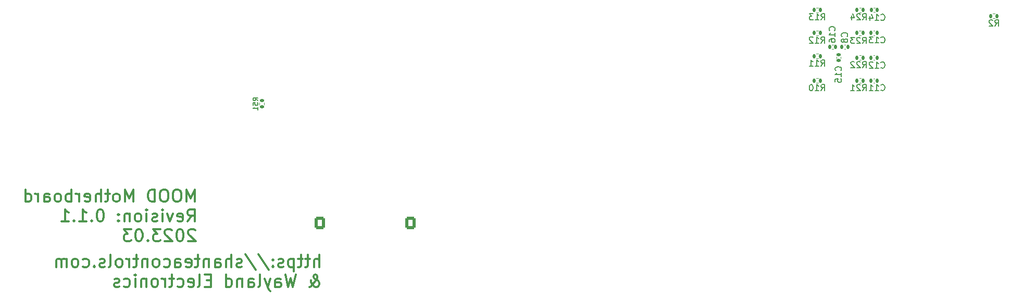
<source format=gbo>
G04 #@! TF.GenerationSoftware,KiCad,Pcbnew,6.0.7-1.fc36*
G04 #@! TF.CreationDate,2023-03-25T12:13:32+11:00*
G04 #@! TF.ProjectId,MOOD-Motherboard-r0.1.1,4d4f4f44-2d4d-46f7-9468-6572626f6172,rev?*
G04 #@! TF.SameCoordinates,Original*
G04 #@! TF.FileFunction,Legend,Bot*
G04 #@! TF.FilePolarity,Positive*
%FSLAX46Y46*%
G04 Gerber Fmt 4.6, Leading zero omitted, Abs format (unit mm)*
G04 Created by KiCad (PCBNEW 6.0.7-1.fc36) date 2023-03-25 12:13:32*
%MOMM*%
%LPD*%
G01*
G04 APERTURE LIST*
G04 Aperture macros list*
%AMRoundRect*
0 Rectangle with rounded corners*
0 $1 Rounding radius*
0 $2 $3 $4 $5 $6 $7 $8 $9 X,Y pos of 4 corners*
0 Add a 4 corners polygon primitive as box body*
4,1,4,$2,$3,$4,$5,$6,$7,$8,$9,$2,$3,0*
0 Add four circle primitives for the rounded corners*
1,1,$1+$1,$2,$3*
1,1,$1+$1,$4,$5*
1,1,$1+$1,$6,$7*
1,1,$1+$1,$8,$9*
0 Add four rect primitives between the rounded corners*
20,1,$1+$1,$2,$3,$4,$5,0*
20,1,$1+$1,$4,$5,$6,$7,0*
20,1,$1+$1,$6,$7,$8,$9,0*
20,1,$1+$1,$8,$9,$2,$3,0*%
G04 Aperture macros list end*
%ADD10C,0.300000*%
%ADD11C,0.150000*%
%ADD12C,0.120000*%
%ADD13R,1.750000X2.250000*%
%ADD14O,1.750000X2.250000*%
%ADD15C,5.600000*%
%ADD16R,1.700000X1.700000*%
%ADD17O,1.700000X1.700000*%
%ADD18RoundRect,0.250000X0.600000X0.725000X-0.600000X0.725000X-0.600000X-0.725000X0.600000X-0.725000X0*%
%ADD19O,1.700000X1.950000*%
%ADD20C,2.300000*%
%ADD21R,3.200000X3.200000*%
%ADD22O,3.200000X3.200000*%
%ADD23C,1.320800*%
%ADD24C,1.778000*%
%ADD25R,1.800000X1.800000*%
%ADD26C,1.800000*%
%ADD27C,3.251200*%
%ADD28R,1.778000X1.778000*%
%ADD29C,2.032000*%
%ADD30C,2.540000*%
%ADD31C,0.600000*%
%ADD32O,0.950000X2.050000*%
%ADD33O,0.950000X1.750000*%
%ADD34RoundRect,0.135000X-0.135000X-0.185000X0.135000X-0.185000X0.135000X0.185000X-0.135000X0.185000X0*%
%ADD35RoundRect,0.140000X-0.140000X-0.170000X0.140000X-0.170000X0.140000X0.170000X-0.140000X0.170000X0*%
%ADD36RoundRect,0.140000X0.140000X0.170000X-0.140000X0.170000X-0.140000X-0.170000X0.140000X-0.170000X0*%
%ADD37RoundRect,0.135000X-0.185000X0.135000X-0.185000X-0.135000X0.185000X-0.135000X0.185000X0.135000X0*%
%ADD38RoundRect,0.140000X-0.170000X0.140000X-0.170000X-0.140000X0.170000X-0.140000X0.170000X0.140000X0*%
G04 APERTURE END LIST*
D10*
X133578809Y-70044761D02*
X133578809Y-68044761D01*
X132721666Y-70044761D02*
X132721666Y-68997142D01*
X132816904Y-68806666D01*
X133007380Y-68711428D01*
X133293095Y-68711428D01*
X133483571Y-68806666D01*
X133578809Y-68901904D01*
X132055000Y-68711428D02*
X131293095Y-68711428D01*
X131769285Y-68044761D02*
X131769285Y-69759047D01*
X131674047Y-69949523D01*
X131483571Y-70044761D01*
X131293095Y-70044761D01*
X130912142Y-68711428D02*
X130150238Y-68711428D01*
X130626428Y-68044761D02*
X130626428Y-69759047D01*
X130531190Y-69949523D01*
X130340714Y-70044761D01*
X130150238Y-70044761D01*
X129483571Y-68711428D02*
X129483571Y-70711428D01*
X129483571Y-68806666D02*
X129293095Y-68711428D01*
X128912142Y-68711428D01*
X128721666Y-68806666D01*
X128626428Y-68901904D01*
X128531190Y-69092380D01*
X128531190Y-69663809D01*
X128626428Y-69854285D01*
X128721666Y-69949523D01*
X128912142Y-70044761D01*
X129293095Y-70044761D01*
X129483571Y-69949523D01*
X127769285Y-69949523D02*
X127578809Y-70044761D01*
X127197857Y-70044761D01*
X127007380Y-69949523D01*
X126912142Y-69759047D01*
X126912142Y-69663809D01*
X127007380Y-69473333D01*
X127197857Y-69378095D01*
X127483571Y-69378095D01*
X127674047Y-69282857D01*
X127769285Y-69092380D01*
X127769285Y-68997142D01*
X127674047Y-68806666D01*
X127483571Y-68711428D01*
X127197857Y-68711428D01*
X127007380Y-68806666D01*
X126055000Y-69854285D02*
X125959761Y-69949523D01*
X126055000Y-70044761D01*
X126150238Y-69949523D01*
X126055000Y-69854285D01*
X126055000Y-70044761D01*
X126055000Y-68806666D02*
X125959761Y-68901904D01*
X126055000Y-68997142D01*
X126150238Y-68901904D01*
X126055000Y-68806666D01*
X126055000Y-68997142D01*
X123674047Y-67949523D02*
X125388333Y-70520952D01*
X121578809Y-67949523D02*
X123293095Y-70520952D01*
X121007380Y-69949523D02*
X120816904Y-70044761D01*
X120435952Y-70044761D01*
X120245476Y-69949523D01*
X120150238Y-69759047D01*
X120150238Y-69663809D01*
X120245476Y-69473333D01*
X120435952Y-69378095D01*
X120721666Y-69378095D01*
X120912142Y-69282857D01*
X121007380Y-69092380D01*
X121007380Y-68997142D01*
X120912142Y-68806666D01*
X120721666Y-68711428D01*
X120435952Y-68711428D01*
X120245476Y-68806666D01*
X119293095Y-70044761D02*
X119293095Y-68044761D01*
X118435952Y-70044761D02*
X118435952Y-68997142D01*
X118531190Y-68806666D01*
X118721666Y-68711428D01*
X119007380Y-68711428D01*
X119197857Y-68806666D01*
X119293095Y-68901904D01*
X116626428Y-70044761D02*
X116626428Y-68997142D01*
X116721666Y-68806666D01*
X116912142Y-68711428D01*
X117293095Y-68711428D01*
X117483571Y-68806666D01*
X116626428Y-69949523D02*
X116816904Y-70044761D01*
X117293095Y-70044761D01*
X117483571Y-69949523D01*
X117578809Y-69759047D01*
X117578809Y-69568571D01*
X117483571Y-69378095D01*
X117293095Y-69282857D01*
X116816904Y-69282857D01*
X116626428Y-69187619D01*
X115674047Y-68711428D02*
X115674047Y-70044761D01*
X115674047Y-68901904D02*
X115578809Y-68806666D01*
X115388333Y-68711428D01*
X115102619Y-68711428D01*
X114912142Y-68806666D01*
X114816904Y-68997142D01*
X114816904Y-70044761D01*
X114150238Y-68711428D02*
X113388333Y-68711428D01*
X113864523Y-68044761D02*
X113864523Y-69759047D01*
X113769285Y-69949523D01*
X113578809Y-70044761D01*
X113388333Y-70044761D01*
X111959761Y-69949523D02*
X112150238Y-70044761D01*
X112531190Y-70044761D01*
X112721666Y-69949523D01*
X112816904Y-69759047D01*
X112816904Y-68997142D01*
X112721666Y-68806666D01*
X112531190Y-68711428D01*
X112150238Y-68711428D01*
X111959761Y-68806666D01*
X111864523Y-68997142D01*
X111864523Y-69187619D01*
X112816904Y-69378095D01*
X110150238Y-70044761D02*
X110150238Y-68997142D01*
X110245476Y-68806666D01*
X110435952Y-68711428D01*
X110816904Y-68711428D01*
X111007380Y-68806666D01*
X110150238Y-69949523D02*
X110340714Y-70044761D01*
X110816904Y-70044761D01*
X111007380Y-69949523D01*
X111102619Y-69759047D01*
X111102619Y-69568571D01*
X111007380Y-69378095D01*
X110816904Y-69282857D01*
X110340714Y-69282857D01*
X110150238Y-69187619D01*
X108340714Y-69949523D02*
X108531190Y-70044761D01*
X108912142Y-70044761D01*
X109102619Y-69949523D01*
X109197857Y-69854285D01*
X109293095Y-69663809D01*
X109293095Y-69092380D01*
X109197857Y-68901904D01*
X109102619Y-68806666D01*
X108912142Y-68711428D01*
X108531190Y-68711428D01*
X108340714Y-68806666D01*
X107197857Y-70044761D02*
X107388333Y-69949523D01*
X107483571Y-69854285D01*
X107578809Y-69663809D01*
X107578809Y-69092380D01*
X107483571Y-68901904D01*
X107388333Y-68806666D01*
X107197857Y-68711428D01*
X106912142Y-68711428D01*
X106721666Y-68806666D01*
X106626428Y-68901904D01*
X106531190Y-69092380D01*
X106531190Y-69663809D01*
X106626428Y-69854285D01*
X106721666Y-69949523D01*
X106912142Y-70044761D01*
X107197857Y-70044761D01*
X105674047Y-68711428D02*
X105674047Y-70044761D01*
X105674047Y-68901904D02*
X105578809Y-68806666D01*
X105388333Y-68711428D01*
X105102619Y-68711428D01*
X104912142Y-68806666D01*
X104816904Y-68997142D01*
X104816904Y-70044761D01*
X104150238Y-68711428D02*
X103388333Y-68711428D01*
X103864523Y-68044761D02*
X103864523Y-69759047D01*
X103769285Y-69949523D01*
X103578809Y-70044761D01*
X103388333Y-70044761D01*
X102721666Y-70044761D02*
X102721666Y-68711428D01*
X102721666Y-69092380D02*
X102626428Y-68901904D01*
X102531190Y-68806666D01*
X102340714Y-68711428D01*
X102150238Y-68711428D01*
X101197857Y-70044761D02*
X101388333Y-69949523D01*
X101483571Y-69854285D01*
X101578809Y-69663809D01*
X101578809Y-69092380D01*
X101483571Y-68901904D01*
X101388333Y-68806666D01*
X101197857Y-68711428D01*
X100912142Y-68711428D01*
X100721666Y-68806666D01*
X100626428Y-68901904D01*
X100531190Y-69092380D01*
X100531190Y-69663809D01*
X100626428Y-69854285D01*
X100721666Y-69949523D01*
X100912142Y-70044761D01*
X101197857Y-70044761D01*
X99388333Y-70044761D02*
X99578809Y-69949523D01*
X99674047Y-69759047D01*
X99674047Y-68044761D01*
X98721666Y-69949523D02*
X98531190Y-70044761D01*
X98150238Y-70044761D01*
X97959761Y-69949523D01*
X97864523Y-69759047D01*
X97864523Y-69663809D01*
X97959761Y-69473333D01*
X98150238Y-69378095D01*
X98435952Y-69378095D01*
X98626428Y-69282857D01*
X98721666Y-69092380D01*
X98721666Y-68997142D01*
X98626428Y-68806666D01*
X98435952Y-68711428D01*
X98150238Y-68711428D01*
X97959761Y-68806666D01*
X97007380Y-69854285D02*
X96912142Y-69949523D01*
X97007380Y-70044761D01*
X97102619Y-69949523D01*
X97007380Y-69854285D01*
X97007380Y-70044761D01*
X95197857Y-69949523D02*
X95388333Y-70044761D01*
X95769285Y-70044761D01*
X95959761Y-69949523D01*
X96055000Y-69854285D01*
X96150238Y-69663809D01*
X96150238Y-69092380D01*
X96055000Y-68901904D01*
X95959761Y-68806666D01*
X95769285Y-68711428D01*
X95388333Y-68711428D01*
X95197857Y-68806666D01*
X94055000Y-70044761D02*
X94245476Y-69949523D01*
X94340714Y-69854285D01*
X94435952Y-69663809D01*
X94435952Y-69092380D01*
X94340714Y-68901904D01*
X94245476Y-68806666D01*
X94055000Y-68711428D01*
X93769285Y-68711428D01*
X93578809Y-68806666D01*
X93483571Y-68901904D01*
X93388333Y-69092380D01*
X93388333Y-69663809D01*
X93483571Y-69854285D01*
X93578809Y-69949523D01*
X93769285Y-70044761D01*
X94055000Y-70044761D01*
X92531190Y-70044761D02*
X92531190Y-68711428D01*
X92531190Y-68901904D02*
X92435952Y-68806666D01*
X92245476Y-68711428D01*
X91959761Y-68711428D01*
X91769285Y-68806666D01*
X91674047Y-68997142D01*
X91674047Y-70044761D01*
X91674047Y-68997142D02*
X91578809Y-68806666D01*
X91388333Y-68711428D01*
X91102619Y-68711428D01*
X90912142Y-68806666D01*
X90816904Y-68997142D01*
X90816904Y-70044761D01*
X131959761Y-73264761D02*
X132055000Y-73264761D01*
X132245476Y-73169523D01*
X132531190Y-72883809D01*
X133007380Y-72312380D01*
X133197857Y-72026666D01*
X133293095Y-71740952D01*
X133293095Y-71550476D01*
X133197857Y-71360000D01*
X133007380Y-71264761D01*
X132912142Y-71264761D01*
X132721666Y-71360000D01*
X132626428Y-71550476D01*
X132626428Y-71645714D01*
X132721666Y-71836190D01*
X132816904Y-71931428D01*
X133388333Y-72312380D01*
X133483571Y-72407619D01*
X133578809Y-72598095D01*
X133578809Y-72883809D01*
X133483571Y-73074285D01*
X133388333Y-73169523D01*
X133197857Y-73264761D01*
X132912142Y-73264761D01*
X132721666Y-73169523D01*
X132626428Y-73074285D01*
X132340714Y-72693333D01*
X132245476Y-72407619D01*
X132245476Y-72217142D01*
X129769285Y-71264761D02*
X129293095Y-73264761D01*
X128912142Y-71836190D01*
X128531190Y-73264761D01*
X128055000Y-71264761D01*
X126435952Y-73264761D02*
X126435952Y-72217142D01*
X126531190Y-72026666D01*
X126721666Y-71931428D01*
X127102619Y-71931428D01*
X127293095Y-72026666D01*
X126435952Y-73169523D02*
X126626428Y-73264761D01*
X127102619Y-73264761D01*
X127293095Y-73169523D01*
X127388333Y-72979047D01*
X127388333Y-72788571D01*
X127293095Y-72598095D01*
X127102619Y-72502857D01*
X126626428Y-72502857D01*
X126435952Y-72407619D01*
X125674047Y-71931428D02*
X125197857Y-73264761D01*
X124721666Y-71931428D02*
X125197857Y-73264761D01*
X125388333Y-73740952D01*
X125483571Y-73836190D01*
X125674047Y-73931428D01*
X123674047Y-73264761D02*
X123864523Y-73169523D01*
X123959761Y-72979047D01*
X123959761Y-71264761D01*
X122055000Y-73264761D02*
X122055000Y-72217142D01*
X122150238Y-72026666D01*
X122340714Y-71931428D01*
X122721666Y-71931428D01*
X122912142Y-72026666D01*
X122055000Y-73169523D02*
X122245476Y-73264761D01*
X122721666Y-73264761D01*
X122912142Y-73169523D01*
X123007380Y-72979047D01*
X123007380Y-72788571D01*
X122912142Y-72598095D01*
X122721666Y-72502857D01*
X122245476Y-72502857D01*
X122055000Y-72407619D01*
X121102619Y-71931428D02*
X121102619Y-73264761D01*
X121102619Y-72121904D02*
X121007380Y-72026666D01*
X120816904Y-71931428D01*
X120531190Y-71931428D01*
X120340714Y-72026666D01*
X120245476Y-72217142D01*
X120245476Y-73264761D01*
X118435952Y-73264761D02*
X118435952Y-71264761D01*
X118435952Y-73169523D02*
X118626428Y-73264761D01*
X119007380Y-73264761D01*
X119197857Y-73169523D01*
X119293095Y-73074285D01*
X119388333Y-72883809D01*
X119388333Y-72312380D01*
X119293095Y-72121904D01*
X119197857Y-72026666D01*
X119007380Y-71931428D01*
X118626428Y-71931428D01*
X118435952Y-72026666D01*
X115959761Y-72217142D02*
X115293095Y-72217142D01*
X115007380Y-73264761D02*
X115959761Y-73264761D01*
X115959761Y-71264761D01*
X115007380Y-71264761D01*
X113864523Y-73264761D02*
X114055000Y-73169523D01*
X114150238Y-72979047D01*
X114150238Y-71264761D01*
X112340714Y-73169523D02*
X112531190Y-73264761D01*
X112912142Y-73264761D01*
X113102619Y-73169523D01*
X113197857Y-72979047D01*
X113197857Y-72217142D01*
X113102619Y-72026666D01*
X112912142Y-71931428D01*
X112531190Y-71931428D01*
X112340714Y-72026666D01*
X112245476Y-72217142D01*
X112245476Y-72407619D01*
X113197857Y-72598095D01*
X110531190Y-73169523D02*
X110721666Y-73264761D01*
X111102619Y-73264761D01*
X111293095Y-73169523D01*
X111388333Y-73074285D01*
X111483571Y-72883809D01*
X111483571Y-72312380D01*
X111388333Y-72121904D01*
X111293095Y-72026666D01*
X111102619Y-71931428D01*
X110721666Y-71931428D01*
X110531190Y-72026666D01*
X109959761Y-71931428D02*
X109197857Y-71931428D01*
X109674047Y-71264761D02*
X109674047Y-72979047D01*
X109578809Y-73169523D01*
X109388333Y-73264761D01*
X109197857Y-73264761D01*
X108531190Y-73264761D02*
X108531190Y-71931428D01*
X108531190Y-72312380D02*
X108435952Y-72121904D01*
X108340714Y-72026666D01*
X108150238Y-71931428D01*
X107959761Y-71931428D01*
X107007380Y-73264761D02*
X107197857Y-73169523D01*
X107293095Y-73074285D01*
X107388333Y-72883809D01*
X107388333Y-72312380D01*
X107293095Y-72121904D01*
X107197857Y-72026666D01*
X107007380Y-71931428D01*
X106721666Y-71931428D01*
X106531190Y-72026666D01*
X106435952Y-72121904D01*
X106340714Y-72312380D01*
X106340714Y-72883809D01*
X106435952Y-73074285D01*
X106531190Y-73169523D01*
X106721666Y-73264761D01*
X107007380Y-73264761D01*
X105483571Y-71931428D02*
X105483571Y-73264761D01*
X105483571Y-72121904D02*
X105388333Y-72026666D01*
X105197857Y-71931428D01*
X104912142Y-71931428D01*
X104721666Y-72026666D01*
X104626428Y-72217142D01*
X104626428Y-73264761D01*
X103674047Y-73264761D02*
X103674047Y-71931428D01*
X103674047Y-71264761D02*
X103769285Y-71360000D01*
X103674047Y-71455238D01*
X103578809Y-71360000D01*
X103674047Y-71264761D01*
X103674047Y-71455238D01*
X101864523Y-73169523D02*
X102055000Y-73264761D01*
X102435952Y-73264761D01*
X102626428Y-73169523D01*
X102721666Y-73074285D01*
X102816904Y-72883809D01*
X102816904Y-72312380D01*
X102721666Y-72121904D01*
X102626428Y-72026666D01*
X102435952Y-71931428D01*
X102055000Y-71931428D01*
X101864523Y-72026666D01*
X101102619Y-73169523D02*
X100912142Y-73264761D01*
X100531190Y-73264761D01*
X100340714Y-73169523D01*
X100245476Y-72979047D01*
X100245476Y-72883809D01*
X100340714Y-72693333D01*
X100531190Y-72598095D01*
X100816904Y-72598095D01*
X101007380Y-72502857D01*
X101102619Y-72312380D01*
X101102619Y-72217142D01*
X101007380Y-72026666D01*
X100816904Y-71931428D01*
X100531190Y-71931428D01*
X100340714Y-72026666D01*
X113328809Y-59434761D02*
X113328809Y-57434761D01*
X112662142Y-58863333D01*
X111995476Y-57434761D01*
X111995476Y-59434761D01*
X110662142Y-57434761D02*
X110281190Y-57434761D01*
X110090714Y-57530000D01*
X109900238Y-57720476D01*
X109805000Y-58101428D01*
X109805000Y-58768095D01*
X109900238Y-59149047D01*
X110090714Y-59339523D01*
X110281190Y-59434761D01*
X110662142Y-59434761D01*
X110852619Y-59339523D01*
X111043095Y-59149047D01*
X111138333Y-58768095D01*
X111138333Y-58101428D01*
X111043095Y-57720476D01*
X110852619Y-57530000D01*
X110662142Y-57434761D01*
X108566904Y-57434761D02*
X108185952Y-57434761D01*
X107995476Y-57530000D01*
X107805000Y-57720476D01*
X107709761Y-58101428D01*
X107709761Y-58768095D01*
X107805000Y-59149047D01*
X107995476Y-59339523D01*
X108185952Y-59434761D01*
X108566904Y-59434761D01*
X108757380Y-59339523D01*
X108947857Y-59149047D01*
X109043095Y-58768095D01*
X109043095Y-58101428D01*
X108947857Y-57720476D01*
X108757380Y-57530000D01*
X108566904Y-57434761D01*
X106852619Y-59434761D02*
X106852619Y-57434761D01*
X106376428Y-57434761D01*
X106090714Y-57530000D01*
X105900238Y-57720476D01*
X105805000Y-57910952D01*
X105709761Y-58291904D01*
X105709761Y-58577619D01*
X105805000Y-58958571D01*
X105900238Y-59149047D01*
X106090714Y-59339523D01*
X106376428Y-59434761D01*
X106852619Y-59434761D01*
X103328809Y-59434761D02*
X103328809Y-57434761D01*
X102662142Y-58863333D01*
X101995476Y-57434761D01*
X101995476Y-59434761D01*
X100757380Y-59434761D02*
X100947857Y-59339523D01*
X101043095Y-59244285D01*
X101138333Y-59053809D01*
X101138333Y-58482380D01*
X101043095Y-58291904D01*
X100947857Y-58196666D01*
X100757380Y-58101428D01*
X100471666Y-58101428D01*
X100281190Y-58196666D01*
X100185952Y-58291904D01*
X100090714Y-58482380D01*
X100090714Y-59053809D01*
X100185952Y-59244285D01*
X100281190Y-59339523D01*
X100471666Y-59434761D01*
X100757380Y-59434761D01*
X99519285Y-58101428D02*
X98757380Y-58101428D01*
X99233571Y-57434761D02*
X99233571Y-59149047D01*
X99138333Y-59339523D01*
X98947857Y-59434761D01*
X98757380Y-59434761D01*
X98090714Y-59434761D02*
X98090714Y-57434761D01*
X97233571Y-59434761D02*
X97233571Y-58387142D01*
X97328809Y-58196666D01*
X97519285Y-58101428D01*
X97805000Y-58101428D01*
X97995476Y-58196666D01*
X98090714Y-58291904D01*
X95519285Y-59339523D02*
X95709761Y-59434761D01*
X96090714Y-59434761D01*
X96281190Y-59339523D01*
X96376428Y-59149047D01*
X96376428Y-58387142D01*
X96281190Y-58196666D01*
X96090714Y-58101428D01*
X95709761Y-58101428D01*
X95519285Y-58196666D01*
X95424047Y-58387142D01*
X95424047Y-58577619D01*
X96376428Y-58768095D01*
X94566904Y-59434761D02*
X94566904Y-58101428D01*
X94566904Y-58482380D02*
X94471666Y-58291904D01*
X94376428Y-58196666D01*
X94185952Y-58101428D01*
X93995476Y-58101428D01*
X93328809Y-59434761D02*
X93328809Y-57434761D01*
X93328809Y-58196666D02*
X93138333Y-58101428D01*
X92757380Y-58101428D01*
X92566904Y-58196666D01*
X92471666Y-58291904D01*
X92376428Y-58482380D01*
X92376428Y-59053809D01*
X92471666Y-59244285D01*
X92566904Y-59339523D01*
X92757380Y-59434761D01*
X93138333Y-59434761D01*
X93328809Y-59339523D01*
X91233571Y-59434761D02*
X91424047Y-59339523D01*
X91519285Y-59244285D01*
X91614523Y-59053809D01*
X91614523Y-58482380D01*
X91519285Y-58291904D01*
X91424047Y-58196666D01*
X91233571Y-58101428D01*
X90947857Y-58101428D01*
X90757380Y-58196666D01*
X90662142Y-58291904D01*
X90566904Y-58482380D01*
X90566904Y-59053809D01*
X90662142Y-59244285D01*
X90757380Y-59339523D01*
X90947857Y-59434761D01*
X91233571Y-59434761D01*
X88852619Y-59434761D02*
X88852619Y-58387142D01*
X88947857Y-58196666D01*
X89138333Y-58101428D01*
X89519285Y-58101428D01*
X89709761Y-58196666D01*
X88852619Y-59339523D02*
X89043095Y-59434761D01*
X89519285Y-59434761D01*
X89709761Y-59339523D01*
X89805000Y-59149047D01*
X89805000Y-58958571D01*
X89709761Y-58768095D01*
X89519285Y-58672857D01*
X89043095Y-58672857D01*
X88852619Y-58577619D01*
X87900238Y-59434761D02*
X87900238Y-58101428D01*
X87900238Y-58482380D02*
X87805000Y-58291904D01*
X87709761Y-58196666D01*
X87519285Y-58101428D01*
X87328809Y-58101428D01*
X85805000Y-59434761D02*
X85805000Y-57434761D01*
X85805000Y-59339523D02*
X85995476Y-59434761D01*
X86376428Y-59434761D01*
X86566904Y-59339523D01*
X86662142Y-59244285D01*
X86757380Y-59053809D01*
X86757380Y-58482380D01*
X86662142Y-58291904D01*
X86566904Y-58196666D01*
X86376428Y-58101428D01*
X85995476Y-58101428D01*
X85805000Y-58196666D01*
X112185952Y-62654761D02*
X112852619Y-61702380D01*
X113328809Y-62654761D02*
X113328809Y-60654761D01*
X112566904Y-60654761D01*
X112376428Y-60750000D01*
X112281190Y-60845238D01*
X112185952Y-61035714D01*
X112185952Y-61321428D01*
X112281190Y-61511904D01*
X112376428Y-61607142D01*
X112566904Y-61702380D01*
X113328809Y-61702380D01*
X110566904Y-62559523D02*
X110757380Y-62654761D01*
X111138333Y-62654761D01*
X111328809Y-62559523D01*
X111424047Y-62369047D01*
X111424047Y-61607142D01*
X111328809Y-61416666D01*
X111138333Y-61321428D01*
X110757380Y-61321428D01*
X110566904Y-61416666D01*
X110471666Y-61607142D01*
X110471666Y-61797619D01*
X111424047Y-61988095D01*
X109805000Y-61321428D02*
X109328809Y-62654761D01*
X108852619Y-61321428D01*
X108090714Y-62654761D02*
X108090714Y-61321428D01*
X108090714Y-60654761D02*
X108185952Y-60750000D01*
X108090714Y-60845238D01*
X107995476Y-60750000D01*
X108090714Y-60654761D01*
X108090714Y-60845238D01*
X107233571Y-62559523D02*
X107043095Y-62654761D01*
X106662142Y-62654761D01*
X106471666Y-62559523D01*
X106376428Y-62369047D01*
X106376428Y-62273809D01*
X106471666Y-62083333D01*
X106662142Y-61988095D01*
X106947857Y-61988095D01*
X107138333Y-61892857D01*
X107233571Y-61702380D01*
X107233571Y-61607142D01*
X107138333Y-61416666D01*
X106947857Y-61321428D01*
X106662142Y-61321428D01*
X106471666Y-61416666D01*
X105519285Y-62654761D02*
X105519285Y-61321428D01*
X105519285Y-60654761D02*
X105614523Y-60750000D01*
X105519285Y-60845238D01*
X105424047Y-60750000D01*
X105519285Y-60654761D01*
X105519285Y-60845238D01*
X104281190Y-62654761D02*
X104471666Y-62559523D01*
X104566904Y-62464285D01*
X104662142Y-62273809D01*
X104662142Y-61702380D01*
X104566904Y-61511904D01*
X104471666Y-61416666D01*
X104281190Y-61321428D01*
X103995476Y-61321428D01*
X103805000Y-61416666D01*
X103709761Y-61511904D01*
X103614523Y-61702380D01*
X103614523Y-62273809D01*
X103709761Y-62464285D01*
X103805000Y-62559523D01*
X103995476Y-62654761D01*
X104281190Y-62654761D01*
X102757380Y-61321428D02*
X102757380Y-62654761D01*
X102757380Y-61511904D02*
X102662142Y-61416666D01*
X102471666Y-61321428D01*
X102185952Y-61321428D01*
X101995476Y-61416666D01*
X101900238Y-61607142D01*
X101900238Y-62654761D01*
X100947857Y-62464285D02*
X100852619Y-62559523D01*
X100947857Y-62654761D01*
X101043095Y-62559523D01*
X100947857Y-62464285D01*
X100947857Y-62654761D01*
X100947857Y-61416666D02*
X100852619Y-61511904D01*
X100947857Y-61607142D01*
X101043095Y-61511904D01*
X100947857Y-61416666D01*
X100947857Y-61607142D01*
X98090714Y-60654761D02*
X97900238Y-60654761D01*
X97709761Y-60750000D01*
X97614523Y-60845238D01*
X97519285Y-61035714D01*
X97424047Y-61416666D01*
X97424047Y-61892857D01*
X97519285Y-62273809D01*
X97614523Y-62464285D01*
X97709761Y-62559523D01*
X97900238Y-62654761D01*
X98090714Y-62654761D01*
X98281190Y-62559523D01*
X98376428Y-62464285D01*
X98471666Y-62273809D01*
X98566904Y-61892857D01*
X98566904Y-61416666D01*
X98471666Y-61035714D01*
X98376428Y-60845238D01*
X98281190Y-60750000D01*
X98090714Y-60654761D01*
X96566904Y-62464285D02*
X96471666Y-62559523D01*
X96566904Y-62654761D01*
X96662142Y-62559523D01*
X96566904Y-62464285D01*
X96566904Y-62654761D01*
X94566904Y-62654761D02*
X95709761Y-62654761D01*
X95138333Y-62654761D02*
X95138333Y-60654761D01*
X95328809Y-60940476D01*
X95519285Y-61130952D01*
X95709761Y-61226190D01*
X93709761Y-62464285D02*
X93614523Y-62559523D01*
X93709761Y-62654761D01*
X93805000Y-62559523D01*
X93709761Y-62464285D01*
X93709761Y-62654761D01*
X91709761Y-62654761D02*
X92852619Y-62654761D01*
X92281190Y-62654761D02*
X92281190Y-60654761D01*
X92471666Y-60940476D01*
X92662142Y-61130952D01*
X92852619Y-61226190D01*
X113424047Y-64065238D02*
X113328809Y-63970000D01*
X113138333Y-63874761D01*
X112662142Y-63874761D01*
X112471666Y-63970000D01*
X112376428Y-64065238D01*
X112281190Y-64255714D01*
X112281190Y-64446190D01*
X112376428Y-64731904D01*
X113519285Y-65874761D01*
X112281190Y-65874761D01*
X111043095Y-63874761D02*
X110852619Y-63874761D01*
X110662142Y-63970000D01*
X110566904Y-64065238D01*
X110471666Y-64255714D01*
X110376428Y-64636666D01*
X110376428Y-65112857D01*
X110471666Y-65493809D01*
X110566904Y-65684285D01*
X110662142Y-65779523D01*
X110852619Y-65874761D01*
X111043095Y-65874761D01*
X111233571Y-65779523D01*
X111328809Y-65684285D01*
X111424047Y-65493809D01*
X111519285Y-65112857D01*
X111519285Y-64636666D01*
X111424047Y-64255714D01*
X111328809Y-64065238D01*
X111233571Y-63970000D01*
X111043095Y-63874761D01*
X109614523Y-64065238D02*
X109519285Y-63970000D01*
X109328809Y-63874761D01*
X108852619Y-63874761D01*
X108662142Y-63970000D01*
X108566904Y-64065238D01*
X108471666Y-64255714D01*
X108471666Y-64446190D01*
X108566904Y-64731904D01*
X109709761Y-65874761D01*
X108471666Y-65874761D01*
X107805000Y-63874761D02*
X106566904Y-63874761D01*
X107233571Y-64636666D01*
X106947857Y-64636666D01*
X106757380Y-64731904D01*
X106662142Y-64827142D01*
X106566904Y-65017619D01*
X106566904Y-65493809D01*
X106662142Y-65684285D01*
X106757380Y-65779523D01*
X106947857Y-65874761D01*
X107519285Y-65874761D01*
X107709761Y-65779523D01*
X107805000Y-65684285D01*
X105709761Y-65684285D02*
X105614523Y-65779523D01*
X105709761Y-65874761D01*
X105805000Y-65779523D01*
X105709761Y-65684285D01*
X105709761Y-65874761D01*
X104376428Y-63874761D02*
X104185952Y-63874761D01*
X103995476Y-63970000D01*
X103900238Y-64065238D01*
X103805000Y-64255714D01*
X103709761Y-64636666D01*
X103709761Y-65112857D01*
X103805000Y-65493809D01*
X103900238Y-65684285D01*
X103995476Y-65779523D01*
X104185952Y-65874761D01*
X104376428Y-65874761D01*
X104566904Y-65779523D01*
X104662142Y-65684285D01*
X104757380Y-65493809D01*
X104852619Y-65112857D01*
X104852619Y-64636666D01*
X104757380Y-64255714D01*
X104662142Y-64065238D01*
X104566904Y-63970000D01*
X104376428Y-63874761D01*
X103043095Y-63874761D02*
X101804999Y-63874761D01*
X102471666Y-64636666D01*
X102185952Y-64636666D01*
X101995476Y-64731904D01*
X101900238Y-64827142D01*
X101804999Y-65017619D01*
X101804999Y-65493809D01*
X101900238Y-65684285D01*
X101995476Y-65779523D01*
X102185952Y-65874761D01*
X102757380Y-65874761D01*
X102947857Y-65779523D01*
X103043095Y-65684285D01*
D11*
X243416666Y-30872380D02*
X243750000Y-30396190D01*
X243988095Y-30872380D02*
X243988095Y-29872380D01*
X243607142Y-29872380D01*
X243511904Y-29920000D01*
X243464285Y-29967619D01*
X243416666Y-30062857D01*
X243416666Y-30205714D01*
X243464285Y-30300952D01*
X243511904Y-30348571D01*
X243607142Y-30396190D01*
X243988095Y-30396190D01*
X243035714Y-29967619D02*
X242988095Y-29920000D01*
X242892857Y-29872380D01*
X242654761Y-29872380D01*
X242559523Y-29920000D01*
X242511904Y-29967619D01*
X242464285Y-30062857D01*
X242464285Y-30158095D01*
X242511904Y-30300952D01*
X243083333Y-30872380D01*
X242464285Y-30872380D01*
X215157857Y-33627380D02*
X215491190Y-33151190D01*
X215729285Y-33627380D02*
X215729285Y-32627380D01*
X215348333Y-32627380D01*
X215253095Y-32675000D01*
X215205476Y-32722619D01*
X215157857Y-32817857D01*
X215157857Y-32960714D01*
X215205476Y-33055952D01*
X215253095Y-33103571D01*
X215348333Y-33151190D01*
X215729285Y-33151190D01*
X214205476Y-33627380D02*
X214776904Y-33627380D01*
X214491190Y-33627380D02*
X214491190Y-32627380D01*
X214586428Y-32770238D01*
X214681666Y-32865476D01*
X214776904Y-32913095D01*
X213824523Y-32722619D02*
X213776904Y-32675000D01*
X213681666Y-32627380D01*
X213443571Y-32627380D01*
X213348333Y-32675000D01*
X213300714Y-32722619D01*
X213253095Y-32817857D01*
X213253095Y-32913095D01*
X213300714Y-33055952D01*
X213872142Y-33627380D01*
X213253095Y-33627380D01*
X224892857Y-29857142D02*
X224940476Y-29904761D01*
X225083333Y-29952380D01*
X225178571Y-29952380D01*
X225321428Y-29904761D01*
X225416666Y-29809523D01*
X225464285Y-29714285D01*
X225511904Y-29523809D01*
X225511904Y-29380952D01*
X225464285Y-29190476D01*
X225416666Y-29095238D01*
X225321428Y-29000000D01*
X225178571Y-28952380D01*
X225083333Y-28952380D01*
X224940476Y-29000000D01*
X224892857Y-29047619D01*
X223940476Y-29952380D02*
X224511904Y-29952380D01*
X224226190Y-29952380D02*
X224226190Y-28952380D01*
X224321428Y-29095238D01*
X224416666Y-29190476D01*
X224511904Y-29238095D01*
X223083333Y-29285714D02*
X223083333Y-29952380D01*
X223321428Y-28904761D02*
X223559523Y-29619047D01*
X222940476Y-29619047D01*
X224892857Y-41272142D02*
X224940476Y-41319761D01*
X225083333Y-41367380D01*
X225178571Y-41367380D01*
X225321428Y-41319761D01*
X225416666Y-41224523D01*
X225464285Y-41129285D01*
X225511904Y-40938809D01*
X225511904Y-40795952D01*
X225464285Y-40605476D01*
X225416666Y-40510238D01*
X225321428Y-40415000D01*
X225178571Y-40367380D01*
X225083333Y-40367380D01*
X224940476Y-40415000D01*
X224892857Y-40462619D01*
X223940476Y-41367380D02*
X224511904Y-41367380D01*
X224226190Y-41367380D02*
X224226190Y-40367380D01*
X224321428Y-40510238D01*
X224416666Y-40605476D01*
X224511904Y-40653095D01*
X222988095Y-41367380D02*
X223559523Y-41367380D01*
X223273809Y-41367380D02*
X223273809Y-40367380D01*
X223369047Y-40510238D01*
X223464285Y-40605476D01*
X223559523Y-40653095D01*
X219372142Y-32583333D02*
X219419761Y-32535714D01*
X219467380Y-32392857D01*
X219467380Y-32297619D01*
X219419761Y-32154761D01*
X219324523Y-32059523D01*
X219229285Y-32011904D01*
X219038809Y-31964285D01*
X218895952Y-31964285D01*
X218705476Y-32011904D01*
X218610238Y-32059523D01*
X218515000Y-32154761D01*
X218467380Y-32297619D01*
X218467380Y-32392857D01*
X218515000Y-32535714D01*
X218562619Y-32583333D01*
X218895952Y-33154761D02*
X218848333Y-33059523D01*
X218800714Y-33011904D01*
X218705476Y-32964285D01*
X218657857Y-32964285D01*
X218562619Y-33011904D01*
X218515000Y-33059523D01*
X218467380Y-33154761D01*
X218467380Y-33345238D01*
X218515000Y-33440476D01*
X218562619Y-33488095D01*
X218657857Y-33535714D01*
X218705476Y-33535714D01*
X218800714Y-33488095D01*
X218848333Y-33440476D01*
X218895952Y-33345238D01*
X218895952Y-33154761D01*
X218943571Y-33059523D01*
X218991190Y-33011904D01*
X219086428Y-32964285D01*
X219276904Y-32964285D01*
X219372142Y-33011904D01*
X219419761Y-33059523D01*
X219467380Y-33154761D01*
X219467380Y-33345238D01*
X219419761Y-33440476D01*
X219372142Y-33488095D01*
X219276904Y-33535714D01*
X219086428Y-33535714D01*
X218991190Y-33488095D01*
X218943571Y-33440476D01*
X218895952Y-33345238D01*
X224892857Y-37607142D02*
X224940476Y-37654761D01*
X225083333Y-37702380D01*
X225178571Y-37702380D01*
X225321428Y-37654761D01*
X225416666Y-37559523D01*
X225464285Y-37464285D01*
X225511904Y-37273809D01*
X225511904Y-37130952D01*
X225464285Y-36940476D01*
X225416666Y-36845238D01*
X225321428Y-36750000D01*
X225178571Y-36702380D01*
X225083333Y-36702380D01*
X224940476Y-36750000D01*
X224892857Y-36797619D01*
X223940476Y-37702380D02*
X224511904Y-37702380D01*
X224226190Y-37702380D02*
X224226190Y-36702380D01*
X224321428Y-36845238D01*
X224416666Y-36940476D01*
X224511904Y-36988095D01*
X223559523Y-36797619D02*
X223511904Y-36750000D01*
X223416666Y-36702380D01*
X223178571Y-36702380D01*
X223083333Y-36750000D01*
X223035714Y-36797619D01*
X222988095Y-36892857D01*
X222988095Y-36988095D01*
X223035714Y-37130952D01*
X223607142Y-37702380D01*
X222988095Y-37702380D01*
X221892857Y-37627380D02*
X222226190Y-37151190D01*
X222464285Y-37627380D02*
X222464285Y-36627380D01*
X222083333Y-36627380D01*
X221988095Y-36675000D01*
X221940476Y-36722619D01*
X221892857Y-36817857D01*
X221892857Y-36960714D01*
X221940476Y-37055952D01*
X221988095Y-37103571D01*
X222083333Y-37151190D01*
X222464285Y-37151190D01*
X221511904Y-36722619D02*
X221464285Y-36675000D01*
X221369047Y-36627380D01*
X221130952Y-36627380D01*
X221035714Y-36675000D01*
X220988095Y-36722619D01*
X220940476Y-36817857D01*
X220940476Y-36913095D01*
X220988095Y-37055952D01*
X221559523Y-37627380D01*
X220940476Y-37627380D01*
X220559523Y-36722619D02*
X220511904Y-36675000D01*
X220416666Y-36627380D01*
X220178571Y-36627380D01*
X220083333Y-36675000D01*
X220035714Y-36722619D01*
X219988095Y-36817857D01*
X219988095Y-36913095D01*
X220035714Y-37055952D01*
X220607142Y-37627380D01*
X219988095Y-37627380D01*
X224892857Y-33522142D02*
X224940476Y-33569761D01*
X225083333Y-33617380D01*
X225178571Y-33617380D01*
X225321428Y-33569761D01*
X225416666Y-33474523D01*
X225464285Y-33379285D01*
X225511904Y-33188809D01*
X225511904Y-33045952D01*
X225464285Y-32855476D01*
X225416666Y-32760238D01*
X225321428Y-32665000D01*
X225178571Y-32617380D01*
X225083333Y-32617380D01*
X224940476Y-32665000D01*
X224892857Y-32712619D01*
X223940476Y-33617380D02*
X224511904Y-33617380D01*
X224226190Y-33617380D02*
X224226190Y-32617380D01*
X224321428Y-32760238D01*
X224416666Y-32855476D01*
X224511904Y-32903095D01*
X223607142Y-32617380D02*
X222988095Y-32617380D01*
X223321428Y-32998333D01*
X223178571Y-32998333D01*
X223083333Y-33045952D01*
X223035714Y-33093571D01*
X222988095Y-33188809D01*
X222988095Y-33426904D01*
X223035714Y-33522142D01*
X223083333Y-33569761D01*
X223178571Y-33617380D01*
X223464285Y-33617380D01*
X223559523Y-33569761D01*
X223607142Y-33522142D01*
X215167857Y-29877380D02*
X215501190Y-29401190D01*
X215739285Y-29877380D02*
X215739285Y-28877380D01*
X215358333Y-28877380D01*
X215263095Y-28925000D01*
X215215476Y-28972619D01*
X215167857Y-29067857D01*
X215167857Y-29210714D01*
X215215476Y-29305952D01*
X215263095Y-29353571D01*
X215358333Y-29401190D01*
X215739285Y-29401190D01*
X214215476Y-29877380D02*
X214786904Y-29877380D01*
X214501190Y-29877380D02*
X214501190Y-28877380D01*
X214596428Y-29020238D01*
X214691666Y-29115476D01*
X214786904Y-29163095D01*
X213882142Y-28877380D02*
X213263095Y-28877380D01*
X213596428Y-29258333D01*
X213453571Y-29258333D01*
X213358333Y-29305952D01*
X213310714Y-29353571D01*
X213263095Y-29448809D01*
X213263095Y-29686904D01*
X213310714Y-29782142D01*
X213358333Y-29829761D01*
X213453571Y-29877380D01*
X213739285Y-29877380D01*
X213834523Y-29829761D01*
X213882142Y-29782142D01*
X215157857Y-41377380D02*
X215491190Y-40901190D01*
X215729285Y-41377380D02*
X215729285Y-40377380D01*
X215348333Y-40377380D01*
X215253095Y-40425000D01*
X215205476Y-40472619D01*
X215157857Y-40567857D01*
X215157857Y-40710714D01*
X215205476Y-40805952D01*
X215253095Y-40853571D01*
X215348333Y-40901190D01*
X215729285Y-40901190D01*
X214205476Y-41377380D02*
X214776904Y-41377380D01*
X214491190Y-41377380D02*
X214491190Y-40377380D01*
X214586428Y-40520238D01*
X214681666Y-40615476D01*
X214776904Y-40663095D01*
X213586428Y-40377380D02*
X213491190Y-40377380D01*
X213395952Y-40425000D01*
X213348333Y-40472619D01*
X213300714Y-40567857D01*
X213253095Y-40758333D01*
X213253095Y-40996428D01*
X213300714Y-41186904D01*
X213348333Y-41282142D01*
X213395952Y-41329761D01*
X213491190Y-41377380D01*
X213586428Y-41377380D01*
X213681666Y-41329761D01*
X213729285Y-41282142D01*
X213776904Y-41186904D01*
X213824523Y-40996428D01*
X213824523Y-40758333D01*
X213776904Y-40567857D01*
X213729285Y-40472619D01*
X213681666Y-40425000D01*
X213586428Y-40377380D01*
X123611904Y-42985714D02*
X123230952Y-42719047D01*
X123611904Y-42528571D02*
X122811904Y-42528571D01*
X122811904Y-42833333D01*
X122850000Y-42909523D01*
X122888095Y-42947619D01*
X122964285Y-42985714D01*
X123078571Y-42985714D01*
X123154761Y-42947619D01*
X123192857Y-42909523D01*
X123230952Y-42833333D01*
X123230952Y-42528571D01*
X122811904Y-43709523D02*
X122811904Y-43328571D01*
X123192857Y-43290476D01*
X123154761Y-43328571D01*
X123116666Y-43404761D01*
X123116666Y-43595238D01*
X123154761Y-43671428D01*
X123192857Y-43709523D01*
X123269047Y-43747619D01*
X123459523Y-43747619D01*
X123535714Y-43709523D01*
X123573809Y-43671428D01*
X123611904Y-43595238D01*
X123611904Y-43404761D01*
X123573809Y-43328571D01*
X123535714Y-43290476D01*
X123611904Y-44509523D02*
X123611904Y-44052380D01*
X123611904Y-44280952D02*
X122811904Y-44280952D01*
X122926190Y-44204761D01*
X123002380Y-44128571D01*
X123040476Y-44052380D01*
X221892857Y-41377380D02*
X222226190Y-40901190D01*
X222464285Y-41377380D02*
X222464285Y-40377380D01*
X222083333Y-40377380D01*
X221988095Y-40425000D01*
X221940476Y-40472619D01*
X221892857Y-40567857D01*
X221892857Y-40710714D01*
X221940476Y-40805952D01*
X221988095Y-40853571D01*
X222083333Y-40901190D01*
X222464285Y-40901190D01*
X221511904Y-40472619D02*
X221464285Y-40425000D01*
X221369047Y-40377380D01*
X221130952Y-40377380D01*
X221035714Y-40425000D01*
X220988095Y-40472619D01*
X220940476Y-40567857D01*
X220940476Y-40663095D01*
X220988095Y-40805952D01*
X221559523Y-41377380D01*
X220940476Y-41377380D01*
X219988095Y-41377380D02*
X220559523Y-41377380D01*
X220273809Y-41377380D02*
X220273809Y-40377380D01*
X220369047Y-40520238D01*
X220464285Y-40615476D01*
X220559523Y-40663095D01*
X217357142Y-31607142D02*
X217404761Y-31559523D01*
X217452380Y-31416666D01*
X217452380Y-31321428D01*
X217404761Y-31178571D01*
X217309523Y-31083333D01*
X217214285Y-31035714D01*
X217023809Y-30988095D01*
X216880952Y-30988095D01*
X216690476Y-31035714D01*
X216595238Y-31083333D01*
X216500000Y-31178571D01*
X216452380Y-31321428D01*
X216452380Y-31416666D01*
X216500000Y-31559523D01*
X216547619Y-31607142D01*
X217452380Y-32559523D02*
X217452380Y-31988095D01*
X217452380Y-32273809D02*
X216452380Y-32273809D01*
X216595238Y-32178571D01*
X216690476Y-32083333D01*
X216738095Y-31988095D01*
X216452380Y-33416666D02*
X216452380Y-33226190D01*
X216500000Y-33130952D01*
X216547619Y-33083333D01*
X216690476Y-32988095D01*
X216880952Y-32940476D01*
X217261904Y-32940476D01*
X217357142Y-32988095D01*
X217404761Y-33035714D01*
X217452380Y-33130952D01*
X217452380Y-33321428D01*
X217404761Y-33416666D01*
X217357142Y-33464285D01*
X217261904Y-33511904D01*
X217023809Y-33511904D01*
X216928571Y-33464285D01*
X216880952Y-33416666D01*
X216833333Y-33321428D01*
X216833333Y-33130952D01*
X216880952Y-33035714D01*
X216928571Y-32988095D01*
X217023809Y-32940476D01*
X221892857Y-33702380D02*
X222226190Y-33226190D01*
X222464285Y-33702380D02*
X222464285Y-32702380D01*
X222083333Y-32702380D01*
X221988095Y-32750000D01*
X221940476Y-32797619D01*
X221892857Y-32892857D01*
X221892857Y-33035714D01*
X221940476Y-33130952D01*
X221988095Y-33178571D01*
X222083333Y-33226190D01*
X222464285Y-33226190D01*
X221511904Y-32797619D02*
X221464285Y-32750000D01*
X221369047Y-32702380D01*
X221130952Y-32702380D01*
X221035714Y-32750000D01*
X220988095Y-32797619D01*
X220940476Y-32892857D01*
X220940476Y-32988095D01*
X220988095Y-33130952D01*
X221559523Y-33702380D01*
X220940476Y-33702380D01*
X220607142Y-32702380D02*
X219988095Y-32702380D01*
X220321428Y-33083333D01*
X220178571Y-33083333D01*
X220083333Y-33130952D01*
X220035714Y-33178571D01*
X219988095Y-33273809D01*
X219988095Y-33511904D01*
X220035714Y-33607142D01*
X220083333Y-33654761D01*
X220178571Y-33702380D01*
X220464285Y-33702380D01*
X220559523Y-33654761D01*
X220607142Y-33607142D01*
X218357142Y-38107142D02*
X218404761Y-38059523D01*
X218452380Y-37916666D01*
X218452380Y-37821428D01*
X218404761Y-37678571D01*
X218309523Y-37583333D01*
X218214285Y-37535714D01*
X218023809Y-37488095D01*
X217880952Y-37488095D01*
X217690476Y-37535714D01*
X217595238Y-37583333D01*
X217500000Y-37678571D01*
X217452380Y-37821428D01*
X217452380Y-37916666D01*
X217500000Y-38059523D01*
X217547619Y-38107142D01*
X218452380Y-39059523D02*
X218452380Y-38488095D01*
X218452380Y-38773809D02*
X217452380Y-38773809D01*
X217595238Y-38678571D01*
X217690476Y-38583333D01*
X217738095Y-38488095D01*
X217452380Y-39964285D02*
X217452380Y-39488095D01*
X217928571Y-39440476D01*
X217880952Y-39488095D01*
X217833333Y-39583333D01*
X217833333Y-39821428D01*
X217880952Y-39916666D01*
X217928571Y-39964285D01*
X218023809Y-40011904D01*
X218261904Y-40011904D01*
X218357142Y-39964285D01*
X218404761Y-39916666D01*
X218452380Y-39821428D01*
X218452380Y-39583333D01*
X218404761Y-39488095D01*
X218357142Y-39440476D01*
X221892857Y-29877380D02*
X222226190Y-29401190D01*
X222464285Y-29877380D02*
X222464285Y-28877380D01*
X222083333Y-28877380D01*
X221988095Y-28925000D01*
X221940476Y-28972619D01*
X221892857Y-29067857D01*
X221892857Y-29210714D01*
X221940476Y-29305952D01*
X221988095Y-29353571D01*
X222083333Y-29401190D01*
X222464285Y-29401190D01*
X221511904Y-28972619D02*
X221464285Y-28925000D01*
X221369047Y-28877380D01*
X221130952Y-28877380D01*
X221035714Y-28925000D01*
X220988095Y-28972619D01*
X220940476Y-29067857D01*
X220940476Y-29163095D01*
X220988095Y-29305952D01*
X221559523Y-29877380D01*
X220940476Y-29877380D01*
X220083333Y-29210714D02*
X220083333Y-29877380D01*
X220321428Y-28829761D02*
X220559523Y-29544047D01*
X219940476Y-29544047D01*
X215157857Y-37377380D02*
X215491190Y-36901190D01*
X215729285Y-37377380D02*
X215729285Y-36377380D01*
X215348333Y-36377380D01*
X215253095Y-36425000D01*
X215205476Y-36472619D01*
X215157857Y-36567857D01*
X215157857Y-36710714D01*
X215205476Y-36805952D01*
X215253095Y-36853571D01*
X215348333Y-36901190D01*
X215729285Y-36901190D01*
X214205476Y-37377380D02*
X214776904Y-37377380D01*
X214491190Y-37377380D02*
X214491190Y-36377380D01*
X214586428Y-36520238D01*
X214681666Y-36615476D01*
X214776904Y-36663095D01*
X213253095Y-37377380D02*
X213824523Y-37377380D01*
X213538809Y-37377380D02*
X213538809Y-36377380D01*
X213634047Y-36520238D01*
X213729285Y-36615476D01*
X213824523Y-36663095D01*
D12*
X243096359Y-28870000D02*
X243403641Y-28870000D01*
X243096359Y-29630000D02*
X243403641Y-29630000D01*
X214361359Y-31625000D02*
X214668641Y-31625000D01*
X214361359Y-32385000D02*
X214668641Y-32385000D01*
X223677164Y-27895000D02*
X223892836Y-27895000D01*
X223677164Y-28615000D02*
X223892836Y-28615000D01*
X223657164Y-40115000D02*
X223872836Y-40115000D01*
X223657164Y-39395000D02*
X223872836Y-39395000D01*
X219122836Y-33895000D02*
X218907164Y-33895000D01*
X219122836Y-34615000D02*
X218907164Y-34615000D01*
X223657164Y-36365000D02*
X223872836Y-36365000D01*
X223657164Y-35645000D02*
X223872836Y-35645000D01*
X221361359Y-36385000D02*
X221668641Y-36385000D01*
X221361359Y-35625000D02*
X221668641Y-35625000D01*
X223657164Y-31645000D02*
X223872836Y-31645000D01*
X223657164Y-32365000D02*
X223872836Y-32365000D01*
X214371359Y-27875000D02*
X214678641Y-27875000D01*
X214371359Y-28635000D02*
X214678641Y-28635000D01*
X214361359Y-40135000D02*
X214668641Y-40135000D01*
X214361359Y-39375000D02*
X214668641Y-39375000D01*
X124630000Y-43346359D02*
X124630000Y-43653641D01*
X123870000Y-43346359D02*
X123870000Y-43653641D01*
X221361359Y-39375000D02*
X221668641Y-39375000D01*
X221361359Y-40135000D02*
X221668641Y-40135000D01*
X216927164Y-33895000D02*
X217142836Y-33895000D01*
X216927164Y-34615000D02*
X217142836Y-34615000D01*
X221351359Y-32385000D02*
X221658641Y-32385000D01*
X221351359Y-31625000D02*
X221658641Y-31625000D01*
X218375000Y-35897164D02*
X218375000Y-36112836D01*
X217655000Y-35897164D02*
X217655000Y-36112836D01*
X221361359Y-27875000D02*
X221668641Y-27875000D01*
X221361359Y-28635000D02*
X221668641Y-28635000D01*
X214361359Y-35375000D02*
X214668641Y-35375000D01*
X214361359Y-36135000D02*
X214668641Y-36135000D01*
%LPC*%
D13*
X111582500Y-47217500D03*
D14*
X109042500Y-47217500D03*
X106502500Y-47217500D03*
X103962500Y-47217500D03*
D15*
X258000000Y-30000000D03*
D16*
X152525000Y-53500000D03*
D17*
X149985000Y-53500000D03*
D18*
X148370000Y-62882000D03*
D19*
X145870000Y-62882000D03*
X143370000Y-62882000D03*
X140870000Y-62882000D03*
D20*
X111750000Y-38379000D03*
X119200000Y-38379000D03*
X126650000Y-38379000D03*
X114200000Y-40579000D03*
X124200000Y-40579000D03*
X124200000Y-28429000D03*
X114200000Y-28429000D03*
X116700000Y-28429000D03*
X121700000Y-28429000D03*
D16*
X168646800Y-65041600D03*
D17*
X166106800Y-65041600D03*
X163566800Y-65041600D03*
D21*
X218250000Y-67200000D03*
D22*
X233490000Y-67200000D03*
D15*
X258000000Y-70500000D03*
D21*
X212250000Y-63370000D03*
D22*
X212250000Y-48130000D03*
D18*
X133721000Y-62882000D03*
D19*
X131221000Y-62882000D03*
X128721000Y-62882000D03*
X126221000Y-62882000D03*
D16*
X197500000Y-66500000D03*
D17*
X200040000Y-66500000D03*
D16*
X184775000Y-71425000D03*
D17*
X182235000Y-71425000D03*
X184775000Y-68885000D03*
X182235000Y-68885000D03*
X184775000Y-66345000D03*
X182235000Y-66345000D03*
X184775000Y-63805000D03*
X182235000Y-63805000D03*
X184775000Y-61265000D03*
X182235000Y-61265000D03*
X184775000Y-58725000D03*
X182235000Y-58725000D03*
X184775000Y-56185000D03*
X182235000Y-56185000D03*
X184775000Y-53645000D03*
X182235000Y-53645000D03*
X184775000Y-51105000D03*
X182235000Y-51105000D03*
X184775000Y-48565000D03*
X182235000Y-48565000D03*
D20*
X134152000Y-38313000D03*
X141602000Y-38313000D03*
X149052000Y-38313000D03*
X136602000Y-40513000D03*
X146602000Y-40513000D03*
X146602000Y-28363000D03*
X136602000Y-28363000D03*
X139102000Y-28363000D03*
X144102000Y-28363000D03*
D23*
X228250000Y-47500000D03*
X228250000Y-52580000D03*
X237140000Y-52580000D03*
X237140000Y-47500000D03*
D16*
X194975000Y-70500000D03*
D17*
X197515000Y-70500000D03*
X200055000Y-70500000D03*
D16*
X255000000Y-52550000D03*
D17*
X255000000Y-55090000D03*
D16*
X156996600Y-31805800D03*
D17*
X156996600Y-29265800D03*
D16*
X204500000Y-57000000D03*
D17*
X204500000Y-59540000D03*
D24*
X104906000Y-28348000D03*
X92968000Y-28348000D03*
D25*
X101477000Y-31142000D03*
D26*
X98937000Y-31142000D03*
X96397000Y-31142000D03*
D15*
X85250000Y-70500000D03*
X85000000Y-30000000D03*
D27*
X247930000Y-33250000D03*
X236500000Y-33250000D03*
D28*
X246660000Y-39600000D03*
D24*
X245390000Y-42140000D03*
X244120000Y-39600000D03*
X242850000Y-42140000D03*
X241580000Y-39600000D03*
X240310000Y-42140000D03*
X239040000Y-39600000D03*
X237770000Y-42140000D03*
D29*
X235915800Y-29135200D03*
X238430400Y-29135200D03*
X246025000Y-29135200D03*
X248539600Y-29135200D03*
D30*
X234341000Y-37136200D03*
X250089000Y-37136200D03*
D16*
X240025000Y-58740000D03*
D17*
X237485000Y-58740000D03*
X234945000Y-58740000D03*
D31*
X172485000Y-32534400D03*
X166705000Y-32534400D03*
D32*
X173920000Y-33024400D03*
X165270000Y-33024400D03*
D33*
X173920000Y-28854400D03*
X165270000Y-28854400D03*
D23*
X226195000Y-52557774D03*
X226195000Y-47477774D03*
X217305000Y-47477774D03*
X217305000Y-52557774D03*
D34*
X242740000Y-29250000D03*
X243760000Y-29250000D03*
X214005000Y-32005000D03*
X215025000Y-32005000D03*
D35*
X223305000Y-28255000D03*
X224265000Y-28255000D03*
X223285000Y-39755000D03*
X224245000Y-39755000D03*
D36*
X219495000Y-34255000D03*
X218535000Y-34255000D03*
D35*
X223285000Y-36005000D03*
X224245000Y-36005000D03*
D34*
X221005000Y-36005000D03*
X222025000Y-36005000D03*
D35*
X223285000Y-32005000D03*
X224245000Y-32005000D03*
D34*
X214015000Y-28255000D03*
X215035000Y-28255000D03*
X214005000Y-39755000D03*
X215025000Y-39755000D03*
D37*
X124250000Y-42990000D03*
X124250000Y-44010000D03*
D34*
X221005000Y-39755000D03*
X222025000Y-39755000D03*
D35*
X216555000Y-34255000D03*
X217515000Y-34255000D03*
D34*
X220995000Y-32005000D03*
X222015000Y-32005000D03*
D38*
X218015000Y-35525000D03*
X218015000Y-36485000D03*
D34*
X221005000Y-28255000D03*
X222025000Y-28255000D03*
X214005000Y-35755000D03*
X215025000Y-35755000D03*
M02*

</source>
